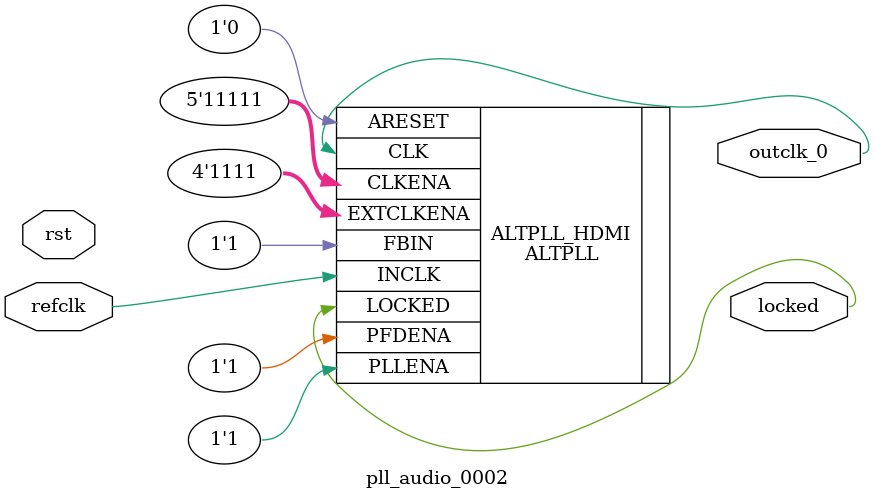
<source format=v>
`timescale 1ns/10ps
module  pll_audio_0002(

	// interface 'refclk'
	input wire refclk,

	// interface 'reset'
	input wire rst,

	// interface 'outclk0'
	output wire outclk_0,

	// interface 'locked'
	output wire locked
);

`ifdef CYCLONEV
	altera_pll #(
		.fractional_vco_multiplier("true"),
		.reference_clock_frequency("50.0 MHz"),
		.operation_mode("direct"),
		.number_of_clocks(1),
		.output_clock_frequency0("24.576000 MHz"),
		.phase_shift0("0 ps"),
		.duty_cycle0(50),
		.output_clock_frequency1("0 MHz"),
		.phase_shift1("0 ps"),
		.duty_cycle1(50),
		.output_clock_frequency2("0 MHz"),
		.phase_shift2("0 ps"),
		.duty_cycle2(50),
		.output_clock_frequency3("0 MHz"),
		.phase_shift3("0 ps"),
		.duty_cycle3(50),
		.output_clock_frequency4("0 MHz"),
		.phase_shift4("0 ps"),
		.duty_cycle4(50),
		.output_clock_frequency5("0 MHz"),
		.phase_shift5("0 ps"),
		.duty_cycle5(50),
		.output_clock_frequency6("0 MHz"),
		.phase_shift6("0 ps"),
		.duty_cycle6(50),
		.output_clock_frequency7("0 MHz"),
		.phase_shift7("0 ps"),
		.duty_cycle7(50),
		.output_clock_frequency8("0 MHz"),
		.phase_shift8("0 ps"),
		.duty_cycle8(50),
		.output_clock_frequency9("0 MHz"),
		.phase_shift9("0 ps"),
		.duty_cycle9(50),
		.output_clock_frequency10("0 MHz"),
		.phase_shift10("0 ps"),
		.duty_cycle10(50),
		.output_clock_frequency11("0 MHz"),
		.phase_shift11("0 ps"),
		.duty_cycle11(50),
		.output_clock_frequency12("0 MHz"),
		.phase_shift12("0 ps"),
		.duty_cycle12(50),
		.output_clock_frequency13("0 MHz"),
		.phase_shift13("0 ps"),
		.duty_cycle13(50),
		.output_clock_frequency14("0 MHz"),
		.phase_shift14("0 ps"),
		.duty_cycle14(50),
		.output_clock_frequency15("0 MHz"),
		.phase_shift15("0 ps"),
		.duty_cycle15(50),
		.output_clock_frequency16("0 MHz"),
		.phase_shift16("0 ps"),
		.duty_cycle16(50),
		.output_clock_frequency17("0 MHz"),
		.phase_shift17("0 ps"),
		.duty_cycle17(50),
		.pll_type("General"),
		.pll_subtype("General")
	) altera_pll_i (
		.rst	(rst),
		.outclk	({outclk_0}),
		.locked	(locked),
		.fboutclk	( ),
		.fbclk	(1'b0),
		.refclk	(refclk)
	);
`else // not CYCLONEV

// TODO: make it reconfigurable
ALTPLL #(
	.BANDWIDTH_TYPE("AUTO"),
	.CLK0_DIVIDE_BY(7'd59),
	.CLK0_DUTY_CYCLE(6'd50),
	.CLK0_MULTIPLY_BY(8'd29),
	.CLK0_PHASE_SHIFT(1'd0),
	.COMPENSATE_CLOCK("CLK0"),
	.INCLK0_INPUT_FREQUENCY(24'd20000),
	.OPERATION_MODE("NORMAL")
) ALTPLL_HDMI (
	.ARESET(1'd0),
	.CLKENA(5'd31),
	.EXTCLKENA(4'd15),
	.FBIN(1'd1),
	.INCLK(refclk),
	.PFDENA(1'd1),
	.PLLENA(1'd1),
	.CLK({outclk_0}),
	.LOCKED(locked)
);

`endif // CYCLONEV
endmodule


</source>
